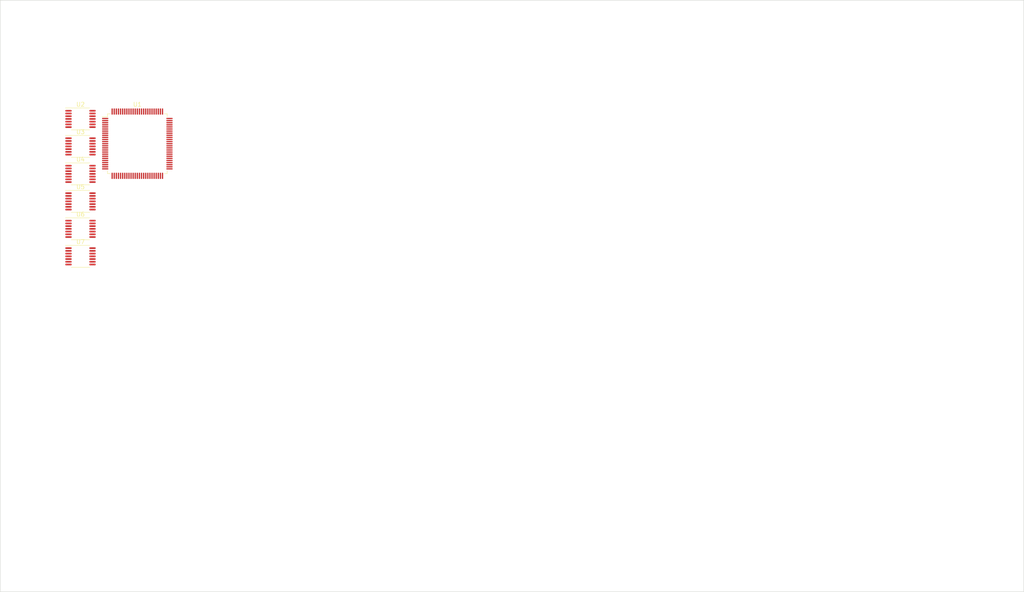
<source format=kicad_pcb>
(kicad_pcb (version 20221018) (generator pcbnew)
  (layers (0 "F.Cu" signal) (31 "B.Cu" signal) (34 "B.Paste" user) (35 "F.Paste" user) (36 "B.SilkS" user "B.Silkscreen") (37 "F.SilkS" user "F.Silkscreen") (38 "B.Mask" user) (39 "F.Mask" user) (44 "Edge.Cuts" user))
  (net 0 "")
  (net 10 "Net-(U1-VCC-Pad10)")
  (net 11 "Net-(U1-GND-Pad11)")
  (footprint "Package_SO:TSSOP-14_4.4x5mm_P0.65mm" (layer "F.Cu") (at 19.1375 61.05)
    (fp_text reference "U7" (at 0 -3.45) (layer "F.SilkS"))
    (fp_text value "LM324")
    (fp_line (start 0 -2.61) (end -3.6 -2.61) (stroke (width 0.12)) (layer "F.SilkS"))
    (fp_line (start 0 -2.61) (end 2.2 -2.61) (stroke (width 0.12)) (layer "F.SilkS"))
    (fp_line (start 0 2.61) (end -2.2 2.61) (stroke (width 0.12)) (layer "F.SilkS"))
    (fp_line (start 0 2.61) (end 2.2 2.61) (stroke (width 0.12)) (layer "F.SilkS"))
    (pad "1" smd roundrect (at -2.8625 -1.95) (size 1.475 0.4) (layers "F.Cu" "F.Paste" "F.Mask"))
    (pad "2" smd roundrect (at -2.8625 -1.3) (size 1.475 0.4) (layers "F.Cu" "F.Paste" "F.Mask"))
    (pad "3" smd roundrect (at -2.8625 -0.65) (size 1.475 0.4) (layers "F.Cu" "F.Paste" "F.Mask"))
    (pad "4" smd roundrect (at -2.8625 0) (size 1.475 0.4) (layers "F.Cu" "F.Paste" "F.Mask"))
    (pad "5" smd roundrect (at -2.8625 0.65) (size 1.475 0.4) (layers "F.Cu" "F.Paste" "F.Mask"))
    (pad "6" smd roundrect (at -2.8625 1.3) (size 1.475 0.4) (layers "F.Cu" "F.Paste" "F.Mask"))
    (pad "7" smd roundrect (at -2.8625 1.95) (size 1.475 0.4) (layers "F.Cu" "F.Paste" "F.Mask"))
    (pad "8" smd roundrect (at 2.8625 1.95) (size 1.475 0.4) (layers "F.Cu" "F.Paste" "F.Mask"))
    (pad "9" smd roundrect (at 2.8625 1.3) (size 1.475 0.4) (layers "F.Cu" "F.Paste" "F.Mask"))
    (pad "10" smd roundrect (at 2.8625 0.65) (size 1.475 0.4) (layers "F.Cu" "F.Paste" "F.Mask"))
    (pad "11" smd roundrect (at 2.8625 0) (size 1.475 0.4) (layers "F.Cu" "F.Paste" "F.Mask"))
    (pad "12" smd roundrect (at 2.8625 -0.65) (size 1.475 0.4) (layers "F.Cu" "F.Paste" "F.Mask"))
    (pad "13" smd roundrect (at 2.8625 -1.3) (size 1.475 0.4) (layers "F.Cu" "F.Paste" "F.Mask"))
    (pad "14" smd roundrect (at 2.8625 -1.95) (size 1.475 0.4) (layers "F.Cu" "F.Paste" "F.Mask"))
  )
  (footprint "Package_SO:TSSOP-14_4.4x5mm_P0.65mm" (layer "F.Cu") (at 19.1375 54.5)
    (fp_text reference "U6" (at 0 -3.45) (layer "F.SilkS"))
    (fp_text value "LM324")
    (fp_line (start 0 -2.61) (end -3.6 -2.61) (stroke (width 0.12)) (layer "F.SilkS"))
    (fp_line (start 0 -2.61) (end 2.2 -2.61) (stroke (width 0.12)) (layer "F.SilkS"))
    (fp_line (start 0 2.61) (end -2.2 2.61) (stroke (width 0.12)) (layer "F.SilkS"))
    (fp_line (start 0 2.61) (end 2.2 2.61) (stroke (width 0.12)) (layer "F.SilkS"))
    (pad "1" smd roundrect (at -2.8625 -1.95) (size 1.475 0.4) (layers "F.Cu" "F.Paste" "F.Mask"))
    (pad "2" smd roundrect (at -2.8625 -1.3) (size 1.475 0.4) (layers "F.Cu" "F.Paste" "F.Mask"))
    (pad "3" smd roundrect (at -2.8625 -0.65) (size 1.475 0.4) (layers "F.Cu" "F.Paste" "F.Mask"))
    (pad "4" smd roundrect (at -2.8625 0) (size 1.475 0.4) (layers "F.Cu" "F.Paste" "F.Mask"))
    (pad "5" smd roundrect (at -2.8625 0.65) (size 1.475 0.4) (layers "F.Cu" "F.Paste" "F.Mask"))
    (pad "6" smd roundrect (at -2.8625 1.3) (size 1.475 0.4) (layers "F.Cu" "F.Paste" "F.Mask"))
    (pad "7" smd roundrect (at -2.8625 1.95) (size 1.475 0.4) (layers "F.Cu" "F.Paste" "F.Mask"))
    (pad "8" smd roundrect (at 2.8625 1.95) (size 1.475 0.4) (layers "F.Cu" "F.Paste" "F.Mask"))
    (pad "9" smd roundrect (at 2.8625 1.3) (size 1.475 0.4) (layers "F.Cu" "F.Paste" "F.Mask"))
    (pad "10" smd roundrect (at 2.8625 0.65) (size 1.475 0.4) (layers "F.Cu" "F.Paste" "F.Mask"))
    (pad "11" smd roundrect (at 2.8625 0) (size 1.475 0.4) (layers "F.Cu" "F.Paste" "F.Mask"))
    (pad "12" smd roundrect (at 2.8625 -0.65) (size 1.475 0.4) (layers "F.Cu" "F.Paste" "F.Mask"))
    (pad "13" smd roundrect (at 2.8625 -1.3) (size 1.475 0.4) (layers "F.Cu" "F.Paste" "F.Mask"))
    (pad "14" smd roundrect (at 2.8625 -1.95) (size 1.475 0.4) (layers "F.Cu" "F.Paste" "F.Mask"))
  )
  (footprint "Package_QFP:TQFP-100_14x14mm_P0.5mm" (layer "F.Cu") (at 32.6875 34.2)
    (fp_text reference "U1" (at 0 -9.35) (layer "F.SilkS"))
    (fp_text value "ATmega2560-16A")
    (fp_line (start -7.11 -7.11) (end -7.11 -6.41) (stroke (width 0.12)) (layer "F.SilkS"))
    (fp_line (start -7.11 -6.41) (end -8.4 -6.41) (stroke (width 0.12)) (layer "F.SilkS"))
    (fp_line (start -7.11 7.11) (end -7.11 6.41) (stroke (width 0.12)) (layer "F.SilkS"))
    (fp_line (start -6.41 -7.11) (end -7.11 -7.11) (stroke (width 0.12)) (layer "F.SilkS"))
    (fp_line (start -6.41 7.11) (end -7.11 7.11) (stroke (width 0.12)) (layer "F.SilkS"))
    (fp_line (start 6.41 -7.11) (end 7.11 -7.11) (stroke (width 0.12)) (layer "F.SilkS"))
    (fp_line (start 6.41 7.11) (end 7.11 7.11) (stroke (width 0.12)) (layer "F.SilkS"))
    (fp_line (start 7.11 -7.11) (end 7.11 -6.41) (stroke (width 0.12)) (layer "F.SilkS"))
    (fp_line (start 7.11 7.11) (end 7.11 6.41) (stroke (width 0.12)) (layer "F.SilkS"))
    (pad "1" smd roundrect (at -7.6625 -6) (size 1.475 0.3) (layers "F.Cu" "F.Paste" "F.Mask"))
    (pad "2" smd roundrect (at -7.6625 -5.5) (size 1.475 0.3) (layers "F.Cu" "F.Paste" "F.Mask"))
    (pad "3" smd roundrect (at -7.6625 -5) (size 1.475 0.3) (layers "F.Cu" "F.Paste" "F.Mask"))
    (pad "4" smd roundrect (at -7.6625 -4.5) (size 1.475 0.3) (layers "F.Cu" "F.Paste" "F.Mask"))
    (pad "5" smd roundrect (at -7.6625 -4) (size 1.475 0.3) (layers "F.Cu" "F.Paste" "F.Mask"))
    (pad "6" smd roundrect (at -7.6625 -3.5) (size 1.475 0.3) (layers "F.Cu" "F.Paste" "F.Mask"))
    (pad "7" smd roundrect (at -7.6625 -3) (size 1.475 0.3) (layers "F.Cu" "F.Paste" "F.Mask"))
    (pad "8" smd roundrect (at -7.6625 -2.5) (size 1.475 0.3) (layers "F.Cu" "F.Paste" "F.Mask"))
    (pad "9" smd roundrect (at -7.6625 -2) (size 1.475 0.3) (layers "F.Cu" "F.Paste" "F.Mask"))
    (pad "10" smd roundrect (at -7.6625 -1.5) (size 1.475 0.3) (layers "F.Cu" "F.Paste" "F.Mask") (net 10 "Net-(U1-VCC-Pad10)"))
    (pad "11" smd roundrect (at -7.6625 -1) (size 1.475 0.3) (layers "F.Cu" "F.Paste" "F.Mask") (net 11 "Net-(U1-GND-Pad11)"))
    (pad "12" smd roundrect (at -7.6625 -0.5) (size 1.475 0.3) (layers "F.Cu" "F.Paste" "F.Mask"))
    (pad "13" smd roundrect (at -7.6625 0) (size 1.475 0.3) (layers "F.Cu" "F.Paste" "F.Mask"))
    (pad "14" smd roundrect (at -7.6625 0.5) (size 1.475 0.3) (layers "F.Cu" "F.Paste" "F.Mask"))
    (pad "15" smd roundrect (at -7.6625 1) (size 1.475 0.3) (layers "F.Cu" "F.Paste" "F.Mask"))
    (pad "16" smd roundrect (at -7.6625 1.5) (size 1.475 0.3) (layers "F.Cu" "F.Paste" "F.Mask"))
    (pad "17" smd roundrect (at -7.6625 2) (size 1.475 0.3) (layers "F.Cu" "F.Paste" "F.Mask"))
    (pad "18" smd roundrect (at -7.6625 2.5) (size 1.475 0.3) (layers "F.Cu" "F.Paste" "F.Mask"))
    (pad "19" smd roundrect (at -7.6625 3) (size 1.475 0.3) (layers "F.Cu" "F.Paste" "F.Mask"))
    (pad "20" smd roundrect (at -7.6625 3.5) (size 1.475 0.3) (layers "F.Cu" "F.Paste" "F.Mask"))
    (pad "21" smd roundrect (at -7.6625 4) (size 1.475 0.3) (layers "F.Cu" "F.Paste" "F.Mask"))
    (pad "22" smd roundrect (at -7.6625 4.5) (size 1.475 0.3) (layers "F.Cu" "F.Paste" "F.Mask"))
    (pad "23" smd roundrect (at -7.6625 5) (size 1.475 0.3) (layers "F.Cu" "F.Paste" "F.Mask"))
    (pad "24" smd roundrect (at -7.6625 5.5) (size 1.475 0.3) (layers "F.Cu" "F.Paste" "F.Mask"))
    (pad "25" smd roundrect (at -7.6625 6) (size 1.475 0.3) (layers "F.Cu" "F.Paste" "F.Mask"))
    (pad "26" smd roundrect (at -6 7.6625) (size 0.3 1.475) (layers "F.Cu" "F.Paste" "F.Mask"))
    (pad "27" smd roundrect (at -5.5 7.6625) (size 0.3 1.475) (layers "F.Cu" "F.Paste" "F.Mask"))
    (pad "28" smd roundrect (at -5 7.6625) (size 0.3 1.475) (layers "F.Cu" "F.Paste" "F.Mask"))
    (pad "29" smd roundrect (at -4.5 7.6625) (size 0.3 1.475) (layers "F.Cu" "F.Paste" "F.Mask"))
    (pad "30" smd roundrect (at -4 7.6625) (size 0.3 1.475) (layers "F.Cu" "F.Paste" "F.Mask"))
    (pad "31" smd roundrect (at -3.5 7.6625) (size 0.3 1.475) (layers "F.Cu" "F.Paste" "F.Mask") (net 10 "Net-(U1-VCC-Pad10)"))
    (pad "32" smd roundrect (at -3 7.6625) (size 0.3 1.475) (layers "F.Cu" "F.Paste" "F.Mask") (net 11 "Net-(U1-GND-Pad11)"))
    (pad "33" smd roundrect (at -2.5 7.6625) (size 0.3 1.475) (layers "F.Cu" "F.Paste" "F.Mask"))
    (pad "34" smd roundrect (at -2 7.6625) (size 0.3 1.475) (layers "F.Cu" "F.Paste" "F.Mask"))
    (pad "35" smd roundrect (at -1.5 7.6625) (size 0.3 1.475) (layers "F.Cu" "F.Paste" "F.Mask"))
    (pad "36" smd roundrect (at -1 7.6625) (size 0.3 1.475) (layers "F.Cu" "F.Paste" "F.Mask"))
    (pad "37" smd roundrect (at -0.5 7.6625) (size 0.3 1.475) (layers "F.Cu" "F.Paste" "F.Mask"))
    (pad "38" smd roundrect (at 0 7.6625) (size 0.3 1.475) (layers "F.Cu" "F.Paste" "F.Mask"))
    (pad "39" smd roundrect (at 0.5 7.6625) (size 0.3 1.475) (layers "F.Cu" "F.Paste" "F.Mask"))
    (pad "40" smd roundrect (at 1 7.6625) (size 0.3 1.475) (layers "F.Cu" "F.Paste" "F.Mask"))
    (pad "41" smd roundrect (at 1.5 7.6625) (size 0.3 1.475) (layers "F.Cu" "F.Paste" "F.Mask"))
    (pad "42" smd roundrect (at 2 7.6625) (size 0.3 1.475) (layers "F.Cu" "F.Paste" "F.Mask"))
    (pad "43" smd roundrect (at 2.5 7.6625) (size 0.3 1.475) (layers "F.Cu" "F.Paste" "F.Mask"))
    (pad "44" smd roundrect (at 3 7.6625) (size 0.3 1.475) (layers "F.Cu" "F.Paste" "F.Mask"))
    (pad "45" smd roundrect (at 3.5 7.6625) (size 0.3 1.475) (layers "F.Cu" "F.Paste" "F.Mask"))
    (pad "46" smd roundrect (at 4 7.6625) (size 0.3 1.475) (layers "F.Cu" "F.Paste" "F.Mask"))
    (pad "47" smd roundrect (at 4.5 7.6625) (size 0.3 1.475) (layers "F.Cu" "F.Paste" "F.Mask"))
    (pad "48" smd roundrect (at 5 7.6625) (size 0.3 1.475) (layers "F.Cu" "F.Paste" "F.Mask"))
    (pad "49" smd roundrect (at 5.5 7.6625) (size 0.3 1.475) (layers "F.Cu" "F.Paste" "F.Mask"))
    (pad "50" smd roundrect (at 6 7.6625) (size 0.3 1.475) (layers "F.Cu" "F.Paste" "F.Mask"))
    (pad "51" smd roundrect (at 7.6625 6) (size 1.475 0.3) (layers "F.Cu" "F.Paste" "F.Mask"))
    (pad "52" smd roundrect (at 7.6625 5.5) (size 1.475 0.3) (layers "F.Cu" "F.Paste" "F.Mask"))
    (pad "53" smd roundrect (at 7.6625 5) (size 1.475 0.3) (layers "F.Cu" "F.Paste" "F.Mask"))
    (pad "54" smd roundrect (at 7.6625 4.5) (size 1.475 0.3) (layers "F.Cu" "F.Paste" "F.Mask"))
    (pad "55" smd roundrect (at 7.6625 4) (size 1.475 0.3) (layers "F.Cu" "F.Paste" "F.Mask"))
    (pad "56" smd roundrect (at 7.6625 3.5) (size 1.475 0.3) (layers "F.Cu" "F.Paste" "F.Mask"))
    (pad "57" smd roundrect (at 7.6625 3) (size 1.475 0.3) (layers "F.Cu" "F.Paste" "F.Mask"))
    (pad "58" smd roundrect (at 7.6625 2.5) (size 1.475 0.3) (layers "F.Cu" "F.Paste" "F.Mask"))
    (pad "59" smd roundrect (at 7.6625 2) (size 1.475 0.3) (layers "F.Cu" "F.Paste" "F.Mask"))
    (pad "60" smd roundrect (at 7.6625 1.5) (size 1.475 0.3) (layers "F.Cu" "F.Paste" "F.Mask"))
    (pad "61" smd roundrect (at 7.6625 1) (size 1.475 0.3) (layers "F.Cu" "F.Paste" "F.Mask") (net 10 "Net-(U1-VCC-Pad10)"))
    (pad "62" smd roundrect (at 7.6625 0.5) (size 1.475 0.3) (layers "F.Cu" "F.Paste" "F.Mask") (net 11 "Net-(U1-GND-Pad11)"))
    (pad "63" smd roundrect (at 7.6625 0) (size 1.475 0.3) (layers "F.Cu" "F.Paste" "F.Mask"))
    (pad "64" smd roundrect (at 7.6625 -0.5) (size 1.475 0.3) (layers "F.Cu" "F.Paste" "F.Mask"))
    (pad "65" smd roundrect (at 7.6625 -1) (size 1.475 0.3) (layers "F.Cu" "F.Paste" "F.Mask"))
    (pad "66" smd roundrect (at 7.6625 -1.5) (size 1.475 0.3) (layers "F.Cu" "F.Paste" "F.Mask"))
    (pad "67" smd roundrect (at 7.6625 -2) (size 1.475 0.3) (layers "F.Cu" "F.Paste" "F.Mask"))
    (pad "68" smd roundrect (at 7.6625 -2.5) (size 1.475 0.3) (layers "F.Cu" "F.Paste" "F.Mask"))
    (pad "69" smd roundrect (at 7.6625 -3) (size 1.475 0.3) (layers "F.Cu" "F.Paste" "F.Mask"))
    (pad "70" smd roundrect (at 7.6625 -3.5) (size 1.475 0.3) (layers "F.Cu" "F.Paste" "F.Mask"))
    (pad "71" smd roundrect (at 7.6625 -4) (size 1.475 0.3) (layers "F.Cu" "F.Paste" "F.Mask"))
    (pad "72" smd roundrect (at 7.6625 -4.5) (size 1.475 0.3) (layers "F.Cu" "F.Paste" "F.Mask"))
    (pad "73" smd roundrect (at 7.6625 -5) (size 1.475 0.3) (layers "F.Cu" "F.Paste" "F.Mask"))
    (pad "74" smd roundrect (at 7.6625 -5.5) (size 1.475 0.3) (layers "F.Cu" "F.Paste" "F.Mask"))
    (pad "75" smd roundrect (at 7.6625 -6) (size 1.475 0.3) (layers "F.Cu" "F.Paste" "F.Mask"))
    (pad "76" smd roundrect (at 6 -7.6625) (size 0.3 1.475) (layers "F.Cu" "F.Paste" "F.Mask"))
    (pad "77" smd roundrect (at 5.5 -7.6625) (size 0.3 1.475) (layers "F.Cu" "F.Paste" "F.Mask"))
    (pad "78" smd roundrect (at 5 -7.6625) (size 0.3 1.475) (layers "F.Cu" "F.Paste" "F.Mask"))
    (pad "79" smd roundrect (at 4.5 -7.6625) (size 0.3 1.475) (layers "F.Cu" "F.Paste" "F.Mask"))
    (pad "80" smd roundrect (at 4 -7.6625) (size 0.3 1.475) (layers "F.Cu" "F.Paste" "F.Mask") (net 10 "Net-(U1-VCC-Pad10)"))
    (pad "81" smd roundrect (at 3.5 -7.6625) (size 0.3 1.475) (layers "F.Cu" "F.Paste" "F.Mask") (net 11 "Net-(U1-GND-Pad11)"))
    (pad "82" smd roundrect (at 3 -7.6625) (size 0.3 1.475) (layers "F.Cu" "F.Paste" "F.Mask"))
    (pad "83" smd roundrect (at 2.5 -7.6625) (size 0.3 1.475) (layers "F.Cu" "F.Paste" "F.Mask"))
    (pad "84" smd roundrect (at 2 -7.6625) (size 0.3 1.475) (layers "F.Cu" "F.Paste" "F.Mask"))
    (pad "85" smd roundrect (at 1.5 -7.6625) (size 0.3 1.475) (layers "F.Cu" "F.Paste" "F.Mask"))
    (pad "86" smd roundrect (at 1 -7.6625) (size 0.3 1.475) (layers "F.Cu" "F.Paste" "F.Mask"))
    (pad "87" smd roundrect (at 0.5 -7.6625) (size 0.3 1.475) (layers "F.Cu" "F.Paste" "F.Mask"))
    (pad "88" smd roundrect (at 0 -7.6625) (size 0.3 1.475) (layers "F.Cu" "F.Paste" "F.Mask"))
    (pad "89" smd roundrect (at -0.5 -7.6625) (size 0.3 1.475) (layers "F.Cu" "F.Paste" "F.Mask"))
    (pad "90" smd roundrect (at -1 -7.6625) (size 0.3 1.475) (layers "F.Cu" "F.Paste" "F.Mask"))
    (pad "91" smd roundrect (at -1.5 -7.6625) (size 0.3 1.475) (layers "F.Cu" "F.Paste" "F.Mask"))
    (pad "92" smd roundrect (at -2 -7.6625) (size 0.3 1.475) (layers "F.Cu" "F.Paste" "F.Mask"))
    (pad "93" smd roundrect (at -2.5 -7.6625) (size 0.3 1.475) (layers "F.Cu" "F.Paste" "F.Mask"))
    (pad "94" smd roundrect (at -3 -7.6625) (size 0.3 1.475) (layers "F.Cu" "F.Paste" "F.Mask"))
    (pad "95" smd roundrect (at -3.5 -7.6625) (size 0.3 1.475) (layers "F.Cu" "F.Paste" "F.Mask"))
    (pad "96" smd roundrect (at -4 -7.6625) (size 0.3 1.475) (layers "F.Cu" "F.Paste" "F.Mask"))
    (pad "97" smd roundrect (at -4.5 -7.6625) (size 0.3 1.475) (layers "F.Cu" "F.Paste" "F.Mask"))
    (pad "98" smd roundrect (at -5 -7.6625) (size 0.3 1.475) (layers "F.Cu" "F.Paste" "F.Mask"))
    (pad "99" smd roundrect (at -5.5 -7.6625) (size 0.3 1.475) (layers "F.Cu" "F.Paste" "F.Mask") (net 11 "Net-(U1-GND-Pad11)"))
    (pad "100" smd roundrect (at -6 -7.6625) (size 0.3 1.475) (layers "F.Cu" "F.Paste" "F.Mask"))
  )
  (footprint "Package_SO:TSSOP-14_4.4x5mm_P0.65mm" (layer "F.Cu") (at 19.1375 41.4)
    (fp_text reference "U4" (at 0 -3.45) (layer "F.SilkS"))
    (fp_text value "LM324")
    (fp_line (start 0 -2.61) (end -3.6 -2.61) (stroke (width 0.12)) (layer "F.SilkS"))
    (fp_line (start 0 -2.61) (end 2.2 -2.61) (stroke (width 0.12)) (layer "F.SilkS"))
    (fp_line (start 0 2.61) (end -2.2 2.61) (stroke (width 0.12)) (layer "F.SilkS"))
    (fp_line (start 0 2.61) (end 2.2 2.61) (stroke (width 0.12)) (layer "F.SilkS"))
    (pad "1" smd roundrect (at -2.8625 -1.95) (size 1.475 0.4) (layers "F.Cu" "F.Paste" "F.Mask"))
    (pad "2" smd roundrect (at -2.8625 -1.3) (size 1.475 0.4) (layers "F.Cu" "F.Paste" "F.Mask"))
    (pad "3" smd roundrect (at -2.8625 -0.65) (size 1.475 0.4) (layers "F.Cu" "F.Paste" "F.Mask"))
    (pad "4" smd roundrect (at -2.8625 0) (size 1.475 0.4) (layers "F.Cu" "F.Paste" "F.Mask"))
    (pad "5" smd roundrect (at -2.8625 0.65) (size 1.475 0.4) (layers "F.Cu" "F.Paste" "F.Mask"))
    (pad "6" smd roundrect (at -2.8625 1.3) (size 1.475 0.4) (layers "F.Cu" "F.Paste" "F.Mask"))
    (pad "7" smd roundrect (at -2.8625 1.95) (size 1.475 0.4) (layers "F.Cu" "F.Paste" "F.Mask"))
    (pad "8" smd roundrect (at 2.8625 1.95) (size 1.475 0.4) (layers "F.Cu" "F.Paste" "F.Mask"))
    (pad "9" smd roundrect (at 2.8625 1.3) (size 1.475 0.4) (layers "F.Cu" "F.Paste" "F.Mask"))
    (pad "10" smd roundrect (at 2.8625 0.65) (size 1.475 0.4) (layers "F.Cu" "F.Paste" "F.Mask"))
    (pad "11" smd roundrect (at 2.8625 0) (size 1.475 0.4) (layers "F.Cu" "F.Paste" "F.Mask"))
    (pad "12" smd roundrect (at 2.8625 -0.65) (size 1.475 0.4) (layers "F.Cu" "F.Paste" "F.Mask"))
    (pad "13" smd roundrect (at 2.8625 -1.3) (size 1.475 0.4) (layers "F.Cu" "F.Paste" "F.Mask"))
    (pad "14" smd roundrect (at 2.8625 -1.95) (size 1.475 0.4) (layers "F.Cu" "F.Paste" "F.Mask"))
  )
  (footprint "Package_SO:TSSOP-14_4.4x5mm_P0.65mm" (layer "F.Cu") (at 19.1375 47.95)
    (fp_text reference "U5" (at 0 -3.45) (layer "F.SilkS"))
    (fp_text value "LM324")
    (fp_line (start 0 -2.61) (end -3.6 -2.61) (stroke (width 0.12)) (layer "F.SilkS"))
    (fp_line (start 0 -2.61) (end 2.2 -2.61) (stroke (width 0.12)) (layer "F.SilkS"))
    (fp_line (start 0 2.61) (end -2.2 2.61) (stroke (width 0.12)) (layer "F.SilkS"))
    (fp_line (start 0 2.61) (end 2.2 2.61) (stroke (width 0.12)) (layer "F.SilkS"))
    (pad "1" smd roundrect (at -2.8625 -1.95) (size 1.475 0.4) (layers "F.Cu" "F.Paste" "F.Mask"))
    (pad "2" smd roundrect (at -2.8625 -1.3) (size 1.475 0.4) (layers "F.Cu" "F.Paste" "F.Mask"))
    (pad "3" smd roundrect (at -2.8625 -0.65) (size 1.475 0.4) (layers "F.Cu" "F.Paste" "F.Mask"))
    (pad "4" smd roundrect (at -2.8625 0) (size 1.475 0.4) (layers "F.Cu" "F.Paste" "F.Mask"))
    (pad "5" smd roundrect (at -2.8625 0.65) (size 1.475 0.4) (layers "F.Cu" "F.Paste" "F.Mask"))
    (pad "6" smd roundrect (at -2.8625 1.3) (size 1.475 0.4) (layers "F.Cu" "F.Paste" "F.Mask"))
    (pad "7" smd roundrect (at -2.8625 1.95) (size 1.475 0.4) (layers "F.Cu" "F.Paste" "F.Mask"))
    (pad "8" smd roundrect (at 2.8625 1.95) (size 1.475 0.4) (layers "F.Cu" "F.Paste" "F.Mask"))
    (pad "9" smd roundrect (at 2.8625 1.3) (size 1.475 0.4) (layers "F.Cu" "F.Paste" "F.Mask"))
    (pad "10" smd roundrect (at 2.8625 0.65) (size 1.475 0.4) (layers "F.Cu" "F.Paste" "F.Mask"))
    (pad "11" smd roundrect (at 2.8625 0) (size 1.475 0.4) (layers "F.Cu" "F.Paste" "F.Mask"))
    (pad "12" smd roundrect (at 2.8625 -0.65) (size 1.475 0.4) (layers "F.Cu" "F.Paste" "F.Mask"))
    (pad "13" smd roundrect (at 2.8625 -1.3) (size 1.475 0.4) (layers "F.Cu" "F.Paste" "F.Mask"))
    (pad "14" smd roundrect (at 2.8625 -1.95) (size 1.475 0.4) (layers "F.Cu" "F.Paste" "F.Mask"))
  )
  (footprint "Package_SO:TSSOP-14_4.4x5mm_P0.65mm" (layer "F.Cu") (at 19.1375 28.3)
    (fp_text reference "U2" (at 0 -3.45) (layer "F.SilkS"))
    (fp_text value "LM324")
    (fp_line (start 0 -2.61) (end -3.6 -2.61) (stroke (width 0.12)) (layer "F.SilkS"))
    (fp_line (start 0 -2.61) (end 2.2 -2.61) (stroke (width 0.12)) (layer "F.SilkS"))
    (fp_line (start 0 2.61) (end -2.2 2.61) (stroke (width 0.12)) (layer "F.SilkS"))
    (fp_line (start 0 2.61) (end 2.2 2.61) (stroke (width 0.12)) (layer "F.SilkS"))
    (pad "1" smd roundrect (at -2.8625 -1.95) (size 1.475 0.4) (layers "F.Cu" "F.Paste" "F.Mask"))
    (pad "2" smd roundrect (at -2.8625 -1.3) (size 1.475 0.4) (layers "F.Cu" "F.Paste" "F.Mask"))
    (pad "3" smd roundrect (at -2.8625 -0.65) (size 1.475 0.4) (layers "F.Cu" "F.Paste" "F.Mask"))
    (pad "4" smd roundrect (at -2.8625 0) (size 1.475 0.4) (layers "F.Cu" "F.Paste" "F.Mask"))
    (pad "5" smd roundrect (at -2.8625 0.65) (size 1.475 0.4) (layers "F.Cu" "F.Paste" "F.Mask"))
    (pad "6" smd roundrect (at -2.8625 1.3) (size 1.475 0.4) (layers "F.Cu" "F.Paste" "F.Mask"))
    (pad "7" smd roundrect (at -2.8625 1.95) (size 1.475 0.4) (layers "F.Cu" "F.Paste" "F.Mask"))
    (pad "8" smd roundrect (at 2.8625 1.95) (size 1.475 0.4) (layers "F.Cu" "F.Paste" "F.Mask"))
    (pad "9" smd roundrect (at 2.8625 1.3) (size 1.475 0.4) (layers "F.Cu" "F.Paste" "F.Mask"))
    (pad "10" smd roundrect (at 2.8625 0.65) (size 1.475 0.4) (layers "F.Cu" "F.Paste" "F.Mask"))
    (pad "11" smd roundrect (at 2.8625 0) (size 1.475 0.4) (layers "F.Cu" "F.Paste" "F.Mask"))
    (pad "12" smd roundrect (at 2.8625 -0.65) (size 1.475 0.4) (layers "F.Cu" "F.Paste" "F.Mask"))
    (pad "13" smd roundrect (at 2.8625 -1.3) (size 1.475 0.4) (layers "F.Cu" "F.Paste" "F.Mask"))
    (pad "14" smd roundrect (at 2.8625 -1.95) (size 1.475 0.4) (layers "F.Cu" "F.Paste" "F.Mask"))
  )
  (footprint "Package_SO:TSSOP-14_4.4x5mm_P0.65mm" (layer "F.Cu") (at 19.1375 34.85)
    (fp_text reference "U3" (at 0 -3.45) (layer "F.SilkS"))
    (fp_text value "LM324")
    (fp_line (start 0 -2.61) (end -3.6 -2.61) (stroke (width 0.12)) (layer "F.SilkS"))
    (fp_line (start 0 -2.61) (end 2.2 -2.61) (stroke (width 0.12)) (layer "F.SilkS"))
    (fp_line (start 0 2.61) (end -2.2 2.61) (stroke (width 0.12)) (layer "F.SilkS"))
    (fp_line (start 0 2.61) (end 2.2 2.61) (stroke (width 0.12)) (layer "F.SilkS"))
    (pad "1" smd roundrect (at -2.8625 -1.95) (size 1.475 0.4) (layers "F.Cu" "F.Paste" "F.Mask"))
    (pad "2" smd roundrect (at -2.8625 -1.3) (size 1.475 0.4) (layers "F.Cu" "F.Paste" "F.Mask"))
    (pad "3" smd roundrect (at -2.8625 -0.65) (size 1.475 0.4) (layers "F.Cu" "F.Paste" "F.Mask"))
    (pad "4" smd roundrect (at -2.8625 0) (size 1.475 0.4) (layers "F.Cu" "F.Paste" "F.Mask"))
    (pad "5" smd roundrect (at -2.8625 0.65) (size 1.475 0.4) (layers "F.Cu" "F.Paste" "F.Mask"))
    (pad "6" smd roundrect (at -2.8625 1.3) (size 1.475 0.4) (layers "F.Cu" "F.Paste" "F.Mask"))
    (pad "7" smd roundrect (at -2.8625 1.95) (size 1.475 0.4) (layers "F.Cu" "F.Paste" "F.Mask"))
    (pad "8" smd roundrect (at 2.8625 1.95) (size 1.475 0.4) (layers "F.Cu" "F.Paste" "F.Mask"))
    (pad "9" smd roundrect (at 2.8625 1.3) (size 1.475 0.4) (layers "F.Cu" "F.Paste" "F.Mask"))
    (pad "10" smd roundrect (at 2.8625 0.65) (size 1.475 0.4) (layers "F.Cu" "F.Paste" "F.Mask"))
    (pad "11" smd roundrect (at 2.8625 0) (size 1.475 0.4) (layers "F.Cu" "F.Paste" "F.Mask"))
    (pad "12" smd roundrect (at 2.8625 -0.65) (size 1.475 0.4) (layers "F.Cu" "F.Paste" "F.Mask"))
    (pad "13" smd roundrect (at 2.8625 -1.3) (size 1.475 0.4) (layers "F.Cu" "F.Paste" "F.Mask"))
    (pad "14" smd roundrect (at 2.8625 -1.95) (size 1.475 0.4) (layers "F.Cu" "F.Paste" "F.Mask"))
  )
  (gr_rect (start 0 0) (end 244 141) (stroke (width 0.1)) (fill none) (layer "Edge.Cuts"))
)
</source>
